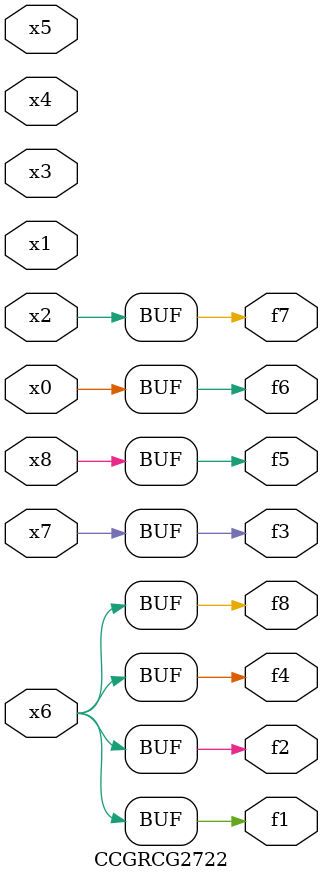
<source format=v>
module CCGRCG2722(
	input x0, x1, x2, x3, x4, x5, x6, x7, x8,
	output f1, f2, f3, f4, f5, f6, f7, f8
);
	assign f1 = x6;
	assign f2 = x6;
	assign f3 = x7;
	assign f4 = x6;
	assign f5 = x8;
	assign f6 = x0;
	assign f7 = x2;
	assign f8 = x6;
endmodule

</source>
